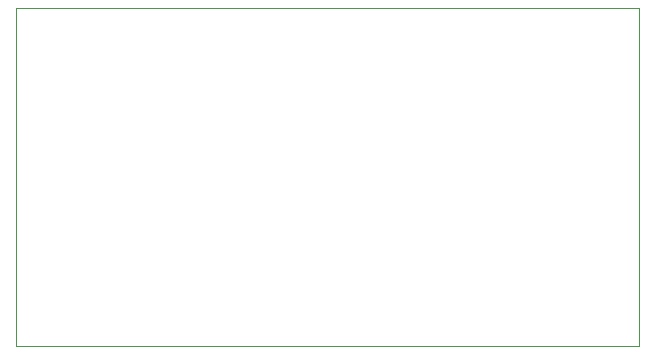
<source format=gbr>
G04 #@! TF.GenerationSoftware,KiCad,Pcbnew,7.0.11+dfsg-1build4*
G04 #@! TF.CreationDate,2026-02-13T01:43:53-05:00*
G04 #@! TF.ProjectId,stomp-chargepump,73746f6d-702d-4636-9861-72676570756d,rev?*
G04 #@! TF.SameCoordinates,Original*
G04 #@! TF.FileFunction,Profile,NP*
%FSLAX46Y46*%
G04 Gerber Fmt 4.6, Leading zero omitted, Abs format (unit mm)*
G04 Created by KiCad (PCBNEW 7.0.11+dfsg-1build4) date 2026-02-13 01:43:53*
%MOMM*%
%LPD*%
G01*
G04 APERTURE LIST*
G04 #@! TA.AperFunction,Profile*
%ADD10C,0.100000*%
G04 #@! TD*
G04 APERTURE END LIST*
D10*
X152400000Y-67945000D02*
X152400000Y-96520000D01*
X99695000Y-96520000D02*
X99695000Y-67945000D01*
X152400000Y-96520000D02*
X99695000Y-96520000D01*
X99695000Y-67945000D02*
X152400000Y-67945000D01*
M02*

</source>
